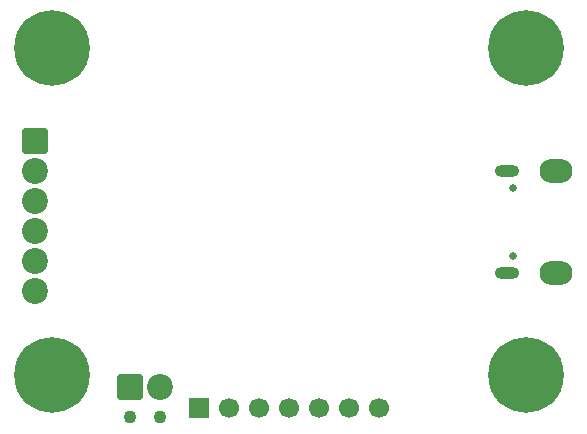
<source format=gbr>
%TF.GenerationSoftware,KiCad,Pcbnew,9.0.1*%
%TF.CreationDate,2025-05-21T17:24:49-04:00*%
%TF.ProjectId,control-module,636f6e74-726f-46c2-9d6d-6f64756c652e,rev?*%
%TF.SameCoordinates,Original*%
%TF.FileFunction,Soldermask,Bot*%
%TF.FilePolarity,Negative*%
%FSLAX46Y46*%
G04 Gerber Fmt 4.6, Leading zero omitted, Abs format (unit mm)*
G04 Created by KiCad (PCBNEW 9.0.1) date 2025-05-21 17:24:49*
%MOMM*%
%LPD*%
G01*
G04 APERTURE LIST*
G04 Aperture macros list*
%AMRoundRect*
0 Rectangle with rounded corners*
0 $1 Rounding radius*
0 $2 $3 $4 $5 $6 $7 $8 $9 X,Y pos of 4 corners*
0 Add a 4 corners polygon primitive as box body*
4,1,4,$2,$3,$4,$5,$6,$7,$8,$9,$2,$3,0*
0 Add four circle primitives for the rounded corners*
1,1,$1+$1,$2,$3*
1,1,$1+$1,$4,$5*
1,1,$1+$1,$6,$7*
1,1,$1+$1,$8,$9*
0 Add four rect primitives between the rounded corners*
20,1,$1+$1,$2,$3,$4,$5,0*
20,1,$1+$1,$4,$5,$6,$7,0*
20,1,$1+$1,$6,$7,$8,$9,0*
20,1,$1+$1,$8,$9,$2,$3,0*%
G04 Aperture macros list end*
%ADD10C,0.800000*%
%ADD11C,6.400000*%
%ADD12RoundRect,0.249999X-0.850001X0.850001X-0.850001X-0.850001X0.850001X-0.850001X0.850001X0.850001X0*%
%ADD13C,2.200000*%
%ADD14C,1.100000*%
%ADD15RoundRect,0.249999X-0.850001X-0.850001X0.850001X-0.850001X0.850001X0.850001X-0.850001X0.850001X0*%
%ADD16C,0.650000*%
%ADD17O,2.100000X1.000000*%
%ADD18O,2.794000X2.032000*%
%ADD19R,1.700000X1.700000*%
%ADD20C,1.700000*%
G04 APERTURE END LIST*
D10*
%TO.C,H1*%
X158128000Y-84836000D03*
X158830944Y-83138944D03*
X158830944Y-86533056D03*
X160528000Y-82436000D03*
D11*
X160528000Y-84836000D03*
D10*
X160528000Y-87236000D03*
X162225056Y-83138944D03*
X162225056Y-86533056D03*
X162928000Y-84836000D03*
%TD*%
D12*
%TO.C,J1*%
X119004500Y-65024000D03*
D13*
X119004500Y-67564000D03*
X119004500Y-70104000D03*
X119004500Y-72644000D03*
X119004500Y-75184000D03*
X119004500Y-77724000D03*
%TD*%
D10*
%TO.C,H4*%
X117996000Y-57150000D03*
X118698944Y-55452944D03*
X118698944Y-58847056D03*
X120396000Y-54750000D03*
D11*
X120396000Y-57150000D03*
D10*
X120396000Y-59550000D03*
X122093056Y-55452944D03*
X122093056Y-58847056D03*
X122796000Y-57150000D03*
%TD*%
%TO.C,H3*%
X117996000Y-84836000D03*
X118698944Y-83138944D03*
X118698944Y-86533056D03*
X120396000Y-82436000D03*
D11*
X120396000Y-84836000D03*
D10*
X120396000Y-87236000D03*
X122093056Y-83138944D03*
X122093056Y-86533056D03*
X122796000Y-84836000D03*
%TD*%
D14*
%TO.C,J5*%
X127000000Y-88392000D03*
X129540000Y-88392000D03*
D15*
X127000000Y-85852000D03*
D13*
X129540000Y-85852000D03*
%TD*%
D10*
%TO.C,H2*%
X158128000Y-57150000D03*
X158830944Y-55452944D03*
X158830944Y-58847056D03*
X160528000Y-54750000D03*
D11*
X160528000Y-57150000D03*
D10*
X160528000Y-59550000D03*
X162225056Y-55452944D03*
X162225056Y-58847056D03*
X162928000Y-57150000D03*
%TD*%
D16*
%TO.C,J3*%
X159447000Y-74772000D03*
X159447000Y-68992000D03*
D17*
X158947000Y-76202000D03*
D18*
X163127000Y-76202000D03*
D17*
X158947000Y-67562000D03*
D18*
X163127000Y-67562000D03*
%TD*%
D19*
%TO.C,J2*%
X132842000Y-87630000D03*
D20*
X135382000Y-87630000D03*
X137922000Y-87630000D03*
X140462000Y-87630000D03*
X143002000Y-87630000D03*
X145542000Y-87630000D03*
X148082000Y-87630000D03*
%TD*%
M02*

</source>
